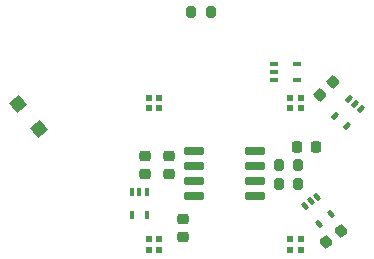
<source format=gtp>
G04 #@! TF.GenerationSoftware,KiCad,Pcbnew,6.0.2+dfsg-1*
G04 #@! TF.CreationDate,2023-01-26T22:51:51-08:00*
G04 #@! TF.ProjectId,rp2040_encoder,72703230-3430-45f6-956e-636f6465722e,rev?*
G04 #@! TF.SameCoordinates,Original*
G04 #@! TF.FileFunction,Paste,Top*
G04 #@! TF.FilePolarity,Positive*
%FSLAX46Y46*%
G04 Gerber Fmt 4.6, Leading zero omitted, Abs format (unit mm)*
G04 Created by KiCad (PCBNEW 6.0.2+dfsg-1) date 2023-01-26 22:51:51*
%MOMM*%
%LPD*%
G01*
G04 APERTURE LIST*
G04 Aperture macros list*
%AMRoundRect*
0 Rectangle with rounded corners*
0 $1 Rounding radius*
0 $2 $3 $4 $5 $6 $7 $8 $9 X,Y pos of 4 corners*
0 Add a 4 corners polygon primitive as box body*
4,1,4,$2,$3,$4,$5,$6,$7,$8,$9,$2,$3,0*
0 Add four circle primitives for the rounded corners*
1,1,$1+$1,$2,$3*
1,1,$1+$1,$4,$5*
1,1,$1+$1,$6,$7*
1,1,$1+$1,$8,$9*
0 Add four rect primitives between the rounded corners*
20,1,$1+$1,$2,$3,$4,$5,0*
20,1,$1+$1,$4,$5,$6,$7,0*
20,1,$1+$1,$6,$7,$8,$9,0*
20,1,$1+$1,$8,$9,$2,$3,0*%
%AMRotRect*
0 Rectangle, with rotation*
0 The origin of the aperture is its center*
0 $1 length*
0 $2 width*
0 $3 Rotation angle, in degrees counterclockwise*
0 Add horizontal line*
21,1,$1,$2,0,0,$3*%
G04 Aperture macros list end*
%ADD10RoundRect,0.225000X0.250000X-0.225000X0.250000X0.225000X-0.250000X0.225000X-0.250000X-0.225000X0*%
%ADD11RoundRect,0.200000X0.200000X0.275000X-0.200000X0.275000X-0.200000X-0.275000X0.200000X-0.275000X0*%
%ADD12R,0.400000X0.650000*%
%ADD13RoundRect,0.225000X-0.225000X-0.250000X0.225000X-0.250000X0.225000X0.250000X-0.225000X0.250000X0*%
%ADD14R,0.500000X0.500000*%
%ADD15RotRect,1.100000X1.100000X310.000000*%
%ADD16RotRect,0.650000X0.400000X230.000000*%
%ADD17RoundRect,0.225000X-0.250000X0.225000X-0.250000X-0.225000X0.250000X-0.225000X0.250000X0.225000X0*%
%ADD18RoundRect,0.225000X0.017678X-0.335876X0.335876X-0.017678X-0.017678X0.335876X-0.335876X0.017678X0*%
%ADD19R,0.650000X0.400000*%
%ADD20RoundRect,0.150000X-0.725000X-0.150000X0.725000X-0.150000X0.725000X0.150000X-0.725000X0.150000X0*%
%ADD21RotRect,0.650000X0.400000X308.000000*%
%ADD22RoundRect,0.225000X0.023387X0.335527X-0.331218X0.058479X-0.023387X-0.335527X0.331218X-0.058479X0*%
G04 APERTURE END LIST*
D10*
X143250000Y-100025000D03*
X143250000Y-98475000D03*
D11*
X156225000Y-100850000D03*
X154575000Y-100850000D03*
D12*
X143420000Y-101570000D03*
X142770000Y-101570000D03*
X142120000Y-101570000D03*
X142120000Y-103470000D03*
X143420000Y-103470000D03*
D13*
X156150000Y-97725000D03*
X157700000Y-97725000D03*
D14*
X144450000Y-94450000D03*
X144450000Y-93550000D03*
X143550000Y-93550000D03*
X143550000Y-94450000D03*
D11*
X148825000Y-86310000D03*
X147175000Y-86310000D03*
D15*
X132500097Y-94077538D03*
X134299903Y-96222462D03*
D14*
X156450000Y-94450000D03*
X155550000Y-94450000D03*
X155550000Y-93550000D03*
X156450000Y-93550000D03*
D16*
X161528577Y-94520070D03*
X161030648Y-94102258D03*
X160532719Y-93684446D03*
X159311423Y-95139930D03*
X160307281Y-95975554D03*
D10*
X146500000Y-105385000D03*
X146500000Y-103835000D03*
D17*
X145250000Y-98475000D03*
X145250000Y-100025000D03*
D18*
X158051992Y-93298008D03*
X159148008Y-92201992D03*
D19*
X154200000Y-90750000D03*
X154200000Y-91400000D03*
X154200000Y-92050000D03*
X156100000Y-92050000D03*
X156100000Y-90750000D03*
D20*
X147425000Y-98095000D03*
X147425000Y-99365000D03*
X147425000Y-100635000D03*
X147425000Y-101905000D03*
X152575000Y-101905000D03*
X152575000Y-100635000D03*
X152575000Y-99365000D03*
X152575000Y-98095000D03*
D14*
X144450000Y-106450000D03*
X144450000Y-105550000D03*
X143550000Y-105550000D03*
X143550000Y-106450000D03*
D21*
X157827329Y-101951210D03*
X157315122Y-102351390D03*
X156802915Y-102751570D03*
X157972671Y-104248790D03*
X158997085Y-103448430D03*
D11*
X156215000Y-99250000D03*
X154565000Y-99250000D03*
D14*
X156450000Y-105550000D03*
X155550000Y-105550000D03*
X155550000Y-106450000D03*
X156450000Y-106450000D03*
D22*
X159810708Y-104822862D03*
X158589292Y-105777138D03*
M02*

</source>
